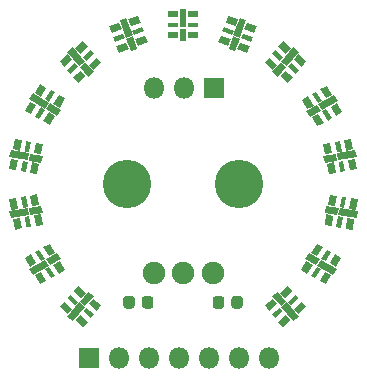
<source format=gbr>
%TF.GenerationSoftware,KiCad,Pcbnew,(5.1.6)-1*%
%TF.CreationDate,2021-02-02T19:23:23-08:00*%
%TF.ProjectId,DH_LEDRing,44485f4c-4544-4526-996e-672e6b696361,rev?*%
%TF.SameCoordinates,Original*%
%TF.FileFunction,Soldermask,Top*%
%TF.FilePolarity,Negative*%
%FSLAX46Y46*%
G04 Gerber Fmt 4.6, Leading zero omitted, Abs format (unit mm)*
G04 Created by KiCad (PCBNEW (5.1.6)-1) date 2021-02-02 19:23:23*
%MOMM*%
%LPD*%
G01*
G04 APERTURE LIST*
%ADD10R,1.800000X1.800000*%
%ADD11O,1.800000X1.800000*%
%ADD12C,0.100000*%
%ADD13C,4.100000*%
%ADD14C,1.900000*%
%ADD15R,0.900000X0.600000*%
%ADD16R,0.900000X0.400000*%
%ADD17R,0.600000X1.100000*%
%ADD18R,0.600000X1.580000*%
G04 APERTURE END LIST*
D10*
%TO.C,J1*%
X124000000Y-78740000D03*
D11*
X126540000Y-78740000D03*
X129080000Y-78740000D03*
X131620000Y-78740000D03*
X134160000Y-78740000D03*
X136700000Y-78740000D03*
X139240000Y-78740000D03*
%TD*%
D12*
%TO.C,D5*%
G36*
X121478272Y-56424167D02*
G01*
X121997888Y-56724167D01*
X121547888Y-57503589D01*
X121028272Y-57203589D01*
X121478272Y-56424167D01*
G37*
G36*
X120785452Y-56024167D02*
G01*
X121131862Y-56224167D01*
X120681862Y-57003589D01*
X120335452Y-56803589D01*
X120785452Y-56024167D01*
G37*
G36*
X119919426Y-55524167D02*
G01*
X120439042Y-55824167D01*
X119989042Y-56603589D01*
X119469426Y-56303589D01*
X119919426Y-55524167D01*
G37*
G36*
X119935452Y-57496411D02*
G01*
X120281862Y-57696411D01*
X119831862Y-58475833D01*
X119485452Y-58275833D01*
X119935452Y-57496411D01*
G37*
G36*
X119069426Y-56996411D02*
G01*
X119589042Y-57296411D01*
X119139042Y-58075833D01*
X118619426Y-57775833D01*
X119069426Y-56996411D01*
G37*
G36*
X120628272Y-57896411D02*
G01*
X121147888Y-58196411D01*
X120697888Y-58975833D01*
X120178272Y-58675833D01*
X120628272Y-57896411D01*
G37*
G36*
X120401144Y-57649808D02*
G01*
X120701144Y-57130192D01*
X121653772Y-57680192D01*
X121353772Y-58199808D01*
X120401144Y-57649808D01*
G37*
G36*
X118963542Y-56819808D02*
G01*
X119263542Y-56300192D01*
X120631862Y-57090192D01*
X120331862Y-57609808D01*
X118963542Y-56819808D01*
G37*
%TD*%
%TO.C,D2*%
G36*
X120178272Y-69324167D02*
G01*
X120697888Y-69024167D01*
X121147888Y-69803589D01*
X120628272Y-70103589D01*
X120178272Y-69324167D01*
G37*
G36*
X119485452Y-69724167D02*
G01*
X119831862Y-69524167D01*
X120281862Y-70303589D01*
X119935452Y-70503589D01*
X119485452Y-69724167D01*
G37*
G36*
X118619426Y-70224167D02*
G01*
X119139042Y-69924167D01*
X119589042Y-70703589D01*
X119069426Y-71003589D01*
X118619426Y-70224167D01*
G37*
G36*
X120335452Y-71196411D02*
G01*
X120681862Y-70996411D01*
X121131862Y-71775833D01*
X120785452Y-71975833D01*
X120335452Y-71196411D01*
G37*
G36*
X119469426Y-71696411D02*
G01*
X119989042Y-71396411D01*
X120439042Y-72175833D01*
X119919426Y-72475833D01*
X119469426Y-71696411D01*
G37*
G36*
X121028272Y-70796411D02*
G01*
X121547888Y-70496411D01*
X121997888Y-71275833D01*
X121478272Y-71575833D01*
X121028272Y-70796411D01*
G37*
G36*
X120701144Y-70869808D02*
G01*
X120401144Y-70350192D01*
X121353772Y-69800192D01*
X121653772Y-70319808D01*
X120701144Y-70869808D01*
G37*
G36*
X119263542Y-71699808D02*
G01*
X118963542Y-71180192D01*
X120331862Y-70390192D01*
X120631862Y-70909808D01*
X119263542Y-71699808D01*
G37*
%TD*%
D13*
%TO.C,RV1*%
X136750000Y-64000000D03*
X127250000Y-64000000D03*
D14*
X134500000Y-71500000D03*
X132000000Y-71500000D03*
X129500000Y-71500000D03*
%TD*%
D10*
%TO.C,J2*%
X134620000Y-55880000D03*
D11*
X132080000Y-55880000D03*
X129540000Y-55880000D03*
%TD*%
D12*
%TO.C,D15*%
G36*
X139296102Y-74717597D02*
G01*
X138910430Y-74257970D01*
X139599870Y-73679461D01*
X139985542Y-74139088D01*
X139296102Y-74717597D01*
G37*
G36*
X139810333Y-75330432D02*
G01*
X139553217Y-75024015D01*
X140242657Y-74445506D01*
X140499773Y-74751923D01*
X139810333Y-75330432D01*
G37*
G36*
X140453120Y-76096477D02*
G01*
X140067448Y-75636850D01*
X140756888Y-75058341D01*
X141142560Y-75517968D01*
X140453120Y-76096477D01*
G37*
G36*
X141112609Y-74237694D02*
G01*
X140855493Y-73931277D01*
X141544933Y-73352768D01*
X141802049Y-73659185D01*
X141112609Y-74237694D01*
G37*
G36*
X141755396Y-75003739D02*
G01*
X141369724Y-74544112D01*
X142059164Y-73965603D01*
X142444836Y-74425230D01*
X141755396Y-75003739D01*
G37*
G36*
X140598378Y-73624859D02*
G01*
X140212706Y-73165232D01*
X140902146Y-72586723D01*
X141287818Y-73046350D01*
X140598378Y-73624859D01*
G37*
G36*
X140727466Y-73934271D02*
G01*
X140267839Y-74319944D01*
X139560772Y-73477295D01*
X140020399Y-73091622D01*
X140727466Y-73934271D01*
G37*
G36*
X141794494Y-75205905D02*
G01*
X141334867Y-75591577D01*
X140319262Y-74381227D01*
X140778889Y-73995555D01*
X141794494Y-75205905D01*
G37*
%TD*%
%TO.C,D14*%
G36*
X142521728Y-71575833D02*
G01*
X142002112Y-71275833D01*
X142452112Y-70496411D01*
X142971728Y-70796411D01*
X142521728Y-71575833D01*
G37*
G36*
X143214548Y-71975833D02*
G01*
X142868138Y-71775833D01*
X143318138Y-70996411D01*
X143664548Y-71196411D01*
X143214548Y-71975833D01*
G37*
G36*
X144080574Y-72475833D02*
G01*
X143560958Y-72175833D01*
X144010958Y-71396411D01*
X144530574Y-71696411D01*
X144080574Y-72475833D01*
G37*
G36*
X144064548Y-70503589D02*
G01*
X143718138Y-70303589D01*
X144168138Y-69524167D01*
X144514548Y-69724167D01*
X144064548Y-70503589D01*
G37*
G36*
X144930574Y-71003589D02*
G01*
X144410958Y-70703589D01*
X144860958Y-69924167D01*
X145380574Y-70224167D01*
X144930574Y-71003589D01*
G37*
G36*
X143371728Y-70103589D02*
G01*
X142852112Y-69803589D01*
X143302112Y-69024167D01*
X143821728Y-69324167D01*
X143371728Y-70103589D01*
G37*
G36*
X143598856Y-70350192D02*
G01*
X143298856Y-70869808D01*
X142346228Y-70319808D01*
X142646228Y-69800192D01*
X143598856Y-70350192D01*
G37*
G36*
X145036458Y-71180192D02*
G01*
X144736458Y-71699808D01*
X143368138Y-70909808D01*
X143668138Y-70390192D01*
X145036458Y-71180192D01*
G37*
%TD*%
%TO.C,D13*%
G36*
X144576758Y-67537676D02*
G01*
X143985873Y-67433487D01*
X144142156Y-66547160D01*
X144733041Y-66651349D01*
X144576758Y-67537676D01*
G37*
G36*
X145364604Y-67676595D02*
G01*
X144970681Y-67607136D01*
X145126964Y-66720809D01*
X145520887Y-66790268D01*
X145364604Y-67676595D01*
G37*
G36*
X146349412Y-67850243D02*
G01*
X145758527Y-67746054D01*
X145914810Y-66859727D01*
X146505695Y-66963916D01*
X146349412Y-67850243D01*
G37*
G36*
X145659806Y-66002421D02*
G01*
X145265883Y-65932962D01*
X145422166Y-65046635D01*
X145816089Y-65116094D01*
X145659806Y-66002421D01*
G37*
G36*
X146644614Y-66176070D02*
G01*
X146053729Y-66071881D01*
X146210012Y-65185554D01*
X146800897Y-65289743D01*
X146644614Y-66176070D01*
G37*
G36*
X144871960Y-65863503D02*
G01*
X144281075Y-65759314D01*
X144437358Y-64872987D01*
X145028243Y-64977176D01*
X144871960Y-65863503D01*
G37*
G36*
X145169734Y-66017551D02*
G01*
X145065545Y-66608436D01*
X143982256Y-66417423D01*
X144086445Y-65826538D01*
X145169734Y-66017551D01*
G37*
G36*
X146804515Y-66305807D02*
G01*
X146700326Y-66896691D01*
X145144329Y-66622327D01*
X145248518Y-66031443D01*
X146804515Y-66305807D01*
G37*
%TD*%
%TO.C,D12*%
G36*
X144929763Y-63040189D02*
G01*
X144338878Y-63144378D01*
X144182595Y-62258051D01*
X144773480Y-62153862D01*
X144929763Y-63040189D01*
G37*
G36*
X145717609Y-62901271D02*
G01*
X145323686Y-62970730D01*
X145167403Y-62084403D01*
X145561326Y-62014944D01*
X145717609Y-62901271D01*
G37*
G36*
X146702417Y-62727622D02*
G01*
X146111532Y-62831811D01*
X145955249Y-61945484D01*
X146546134Y-61841295D01*
X146702417Y-62727622D01*
G37*
G36*
X145422407Y-61227097D02*
G01*
X145028484Y-61296556D01*
X144872201Y-60410229D01*
X145266124Y-60340770D01*
X145422407Y-61227097D01*
G37*
G36*
X146407215Y-61053449D02*
G01*
X145816330Y-61157638D01*
X145660047Y-60271311D01*
X146250932Y-60167122D01*
X146407215Y-61053449D01*
G37*
G36*
X144634561Y-61366016D02*
G01*
X144043676Y-61470205D01*
X143887393Y-60583878D01*
X144478278Y-60479689D01*
X144634561Y-61366016D01*
G37*
G36*
X144967065Y-61408929D02*
G01*
X145071254Y-61999814D01*
X143987965Y-62190827D01*
X143883776Y-61599942D01*
X144967065Y-61408929D01*
G37*
G36*
X146601846Y-61120674D02*
G01*
X146706035Y-61711558D01*
X145150038Y-61985922D01*
X145045849Y-61395038D01*
X146601846Y-61120674D01*
G37*
%TD*%
%TO.C,D11*%
G36*
X143896728Y-58805737D02*
G01*
X143377112Y-59105737D01*
X142927112Y-58326315D01*
X143446728Y-58026315D01*
X143896728Y-58805737D01*
G37*
G36*
X144589548Y-58405737D02*
G01*
X144243138Y-58605737D01*
X143793138Y-57826315D01*
X144139548Y-57626315D01*
X144589548Y-58405737D01*
G37*
G36*
X145455574Y-57905737D02*
G01*
X144935958Y-58205737D01*
X144485958Y-57426315D01*
X145005574Y-57126315D01*
X145455574Y-57905737D01*
G37*
G36*
X143739548Y-56933493D02*
G01*
X143393138Y-57133493D01*
X142943138Y-56354071D01*
X143289548Y-56154071D01*
X143739548Y-56933493D01*
G37*
G36*
X144605574Y-56433493D02*
G01*
X144085958Y-56733493D01*
X143635958Y-55954071D01*
X144155574Y-55654071D01*
X144605574Y-56433493D01*
G37*
G36*
X143046728Y-57333493D02*
G01*
X142527112Y-57633493D01*
X142077112Y-56854071D01*
X142596728Y-56554071D01*
X143046728Y-57333493D01*
G37*
G36*
X143373856Y-57260096D02*
G01*
X143673856Y-57779712D01*
X142721228Y-58329712D01*
X142421228Y-57810096D01*
X143373856Y-57260096D01*
G37*
G36*
X144811458Y-56430096D02*
G01*
X145111458Y-56949712D01*
X143743138Y-57739712D01*
X143443138Y-57220096D01*
X144811458Y-56430096D01*
G37*
%TD*%
%TO.C,D10*%
G36*
X141287818Y-54953650D02*
G01*
X140902146Y-55413277D01*
X140212706Y-54834768D01*
X140598378Y-54375141D01*
X141287818Y-54953650D01*
G37*
G36*
X141802049Y-54340815D02*
G01*
X141544933Y-54647232D01*
X140855493Y-54068723D01*
X141112609Y-53762306D01*
X141802049Y-54340815D01*
G37*
G36*
X142444836Y-53574770D02*
G01*
X142059164Y-54034397D01*
X141369724Y-53455888D01*
X141755396Y-52996261D01*
X142444836Y-53574770D01*
G37*
G36*
X140499773Y-53248077D02*
G01*
X140242657Y-53554494D01*
X139553217Y-52975985D01*
X139810333Y-52669568D01*
X140499773Y-53248077D01*
G37*
G36*
X141142560Y-52482032D02*
G01*
X140756888Y-52941659D01*
X140067448Y-52363150D01*
X140453120Y-51903523D01*
X141142560Y-52482032D01*
G37*
G36*
X139985542Y-53860912D02*
G01*
X139599870Y-54320539D01*
X138910430Y-53742030D01*
X139296102Y-53282403D01*
X139985542Y-53860912D01*
G37*
G36*
X140267839Y-53680056D02*
G01*
X140727466Y-54065729D01*
X140020399Y-54908378D01*
X139560772Y-54522705D01*
X140267839Y-53680056D01*
G37*
G36*
X141334867Y-52408423D02*
G01*
X141794494Y-52794095D01*
X140778889Y-54004445D01*
X140319262Y-53618773D01*
X141334867Y-52408423D01*
G37*
%TD*%
%TO.C,D9*%
G36*
X137633661Y-52322591D02*
G01*
X137428449Y-52886407D01*
X136582725Y-52578589D01*
X136787937Y-52014773D01*
X137633661Y-52322591D01*
G37*
G36*
X137907277Y-51570838D02*
G01*
X137770469Y-51946715D01*
X136924745Y-51638896D01*
X137061553Y-51263019D01*
X137907277Y-51570838D01*
G37*
G36*
X138249297Y-50631145D02*
G01*
X138044085Y-51194961D01*
X137198361Y-50887143D01*
X137403573Y-50323327D01*
X138249297Y-50631145D01*
G37*
G36*
X136309799Y-50989404D02*
G01*
X136172991Y-51365281D01*
X135327267Y-51057462D01*
X135464075Y-50681585D01*
X136309799Y-50989404D01*
G37*
G36*
X136651819Y-50049711D02*
G01*
X136446607Y-50613527D01*
X135600883Y-50305709D01*
X135806095Y-49741893D01*
X136651819Y-50049711D01*
G37*
G36*
X136036183Y-51741157D02*
G01*
X135830971Y-52304973D01*
X134985247Y-51997155D01*
X135190459Y-51433339D01*
X136036183Y-51741157D01*
G37*
G36*
X136239598Y-51474658D02*
G01*
X136803414Y-51679870D01*
X136427192Y-52713532D01*
X135863376Y-52508320D01*
X136239598Y-51474658D01*
G37*
G36*
X136807352Y-49914768D02*
G01*
X137371168Y-50119980D01*
X136830776Y-51604694D01*
X136266960Y-51399482D01*
X136807352Y-49914768D01*
G37*
%TD*%
D15*
%TO.C,D8*%
X132850000Y-51400000D03*
D16*
X132850000Y-50500000D03*
D15*
X132850000Y-49600000D03*
D16*
X131150000Y-50500000D03*
D15*
X131150000Y-49600000D03*
X131150000Y-51400000D03*
D17*
X132000000Y-51330000D03*
D18*
X132000000Y-49910000D03*
%TD*%
D12*
%TO.C,D7*%
G36*
X128809541Y-51433339D02*
G01*
X129014753Y-51997155D01*
X128169029Y-52304973D01*
X127963817Y-51741157D01*
X128809541Y-51433339D01*
G37*
G36*
X128535925Y-50681585D02*
G01*
X128672733Y-51057462D01*
X127827009Y-51365281D01*
X127690201Y-50989404D01*
X128535925Y-50681585D01*
G37*
G36*
X128193905Y-49741893D02*
G01*
X128399117Y-50305709D01*
X127553393Y-50613527D01*
X127348181Y-50049711D01*
X128193905Y-49741893D01*
G37*
G36*
X126938447Y-51263019D02*
G01*
X127075255Y-51638896D01*
X126229531Y-51946715D01*
X126092723Y-51570838D01*
X126938447Y-51263019D01*
G37*
G36*
X126596427Y-50323327D02*
G01*
X126801639Y-50887143D01*
X125955915Y-51194961D01*
X125750703Y-50631145D01*
X126596427Y-50323327D01*
G37*
G36*
X127212063Y-52014773D02*
G01*
X127417275Y-52578589D01*
X126571551Y-52886407D01*
X126366339Y-52322591D01*
X127212063Y-52014773D01*
G37*
G36*
X127196586Y-51679870D02*
G01*
X127760402Y-51474658D01*
X128136624Y-52508320D01*
X127572808Y-52713532D01*
X127196586Y-51679870D01*
G37*
G36*
X126628832Y-50119980D02*
G01*
X127192648Y-49914768D01*
X127733040Y-51399482D01*
X127169224Y-51604694D01*
X126628832Y-50119980D01*
G37*
%TD*%
%TO.C,D6*%
G36*
X124703898Y-53282403D02*
G01*
X125089570Y-53742030D01*
X124400130Y-54320539D01*
X124014458Y-53860912D01*
X124703898Y-53282403D01*
G37*
G36*
X124189667Y-52669568D02*
G01*
X124446783Y-52975985D01*
X123757343Y-53554494D01*
X123500227Y-53248077D01*
X124189667Y-52669568D01*
G37*
G36*
X123546880Y-51903523D02*
G01*
X123932552Y-52363150D01*
X123243112Y-52941659D01*
X122857440Y-52482032D01*
X123546880Y-51903523D01*
G37*
G36*
X122887391Y-53762306D02*
G01*
X123144507Y-54068723D01*
X122455067Y-54647232D01*
X122197951Y-54340815D01*
X122887391Y-53762306D01*
G37*
G36*
X122244604Y-52996261D02*
G01*
X122630276Y-53455888D01*
X121940836Y-54034397D01*
X121555164Y-53574770D01*
X122244604Y-52996261D01*
G37*
G36*
X123401622Y-54375141D02*
G01*
X123787294Y-54834768D01*
X123097854Y-55413277D01*
X122712182Y-54953650D01*
X123401622Y-54375141D01*
G37*
G36*
X123272534Y-54065729D02*
G01*
X123732161Y-53680056D01*
X124439228Y-54522705D01*
X123979601Y-54908378D01*
X123272534Y-54065729D01*
G37*
G36*
X122205506Y-52794095D02*
G01*
X122665133Y-52408423D01*
X123680738Y-53618773D01*
X123221111Y-54004445D01*
X122205506Y-52794095D01*
G37*
%TD*%
%TO.C,D4*%
G36*
X119521722Y-60479689D02*
G01*
X120112607Y-60583878D01*
X119956324Y-61470205D01*
X119365439Y-61366016D01*
X119521722Y-60479689D01*
G37*
G36*
X118733876Y-60340770D02*
G01*
X119127799Y-60410229D01*
X118971516Y-61296556D01*
X118577593Y-61227097D01*
X118733876Y-60340770D01*
G37*
G36*
X117749068Y-60167122D02*
G01*
X118339953Y-60271311D01*
X118183670Y-61157638D01*
X117592785Y-61053449D01*
X117749068Y-60167122D01*
G37*
G36*
X118438674Y-62014944D02*
G01*
X118832597Y-62084403D01*
X118676314Y-62970730D01*
X118282391Y-62901271D01*
X118438674Y-62014944D01*
G37*
G36*
X117453866Y-61841295D02*
G01*
X118044751Y-61945484D01*
X117888468Y-62831811D01*
X117297583Y-62727622D01*
X117453866Y-61841295D01*
G37*
G36*
X119226520Y-62153862D02*
G01*
X119817405Y-62258051D01*
X119661122Y-63144378D01*
X119070237Y-63040189D01*
X119226520Y-62153862D01*
G37*
G36*
X118928746Y-61999814D02*
G01*
X119032935Y-61408929D01*
X120116224Y-61599942D01*
X120012035Y-62190827D01*
X118928746Y-61999814D01*
G37*
G36*
X117293965Y-61711558D02*
G01*
X117398154Y-61120674D01*
X118954151Y-61395038D01*
X118849962Y-61985922D01*
X117293965Y-61711558D01*
G37*
%TD*%
%TO.C,D3*%
G36*
X119070237Y-64959811D02*
G01*
X119661122Y-64855622D01*
X119817405Y-65741949D01*
X119226520Y-65846138D01*
X119070237Y-64959811D01*
G37*
G36*
X118282391Y-65098729D02*
G01*
X118676314Y-65029270D01*
X118832597Y-65915597D01*
X118438674Y-65985056D01*
X118282391Y-65098729D01*
G37*
G36*
X117297583Y-65272378D02*
G01*
X117888468Y-65168189D01*
X118044751Y-66054516D01*
X117453866Y-66158705D01*
X117297583Y-65272378D01*
G37*
G36*
X118577593Y-66772903D02*
G01*
X118971516Y-66703444D01*
X119127799Y-67589771D01*
X118733876Y-67659230D01*
X118577593Y-66772903D01*
G37*
G36*
X117592785Y-66946551D02*
G01*
X118183670Y-66842362D01*
X118339953Y-67728689D01*
X117749068Y-67832878D01*
X117592785Y-66946551D01*
G37*
G36*
X119365439Y-66633984D02*
G01*
X119956324Y-66529795D01*
X120112607Y-67416122D01*
X119521722Y-67520311D01*
X119365439Y-66633984D01*
G37*
G36*
X119032935Y-66591071D02*
G01*
X118928746Y-66000186D01*
X120012035Y-65809173D01*
X120116224Y-66400058D01*
X119032935Y-66591071D01*
G37*
G36*
X117398154Y-66879326D02*
G01*
X117293965Y-66288442D01*
X118849962Y-66014078D01*
X118954151Y-66604962D01*
X117398154Y-66879326D01*
G37*
%TD*%
%TO.C,D1*%
G36*
X122712182Y-73046350D02*
G01*
X123097854Y-72586723D01*
X123787294Y-73165232D01*
X123401622Y-73624859D01*
X122712182Y-73046350D01*
G37*
G36*
X122197951Y-73659185D02*
G01*
X122455067Y-73352768D01*
X123144507Y-73931277D01*
X122887391Y-74237694D01*
X122197951Y-73659185D01*
G37*
G36*
X121555164Y-74425230D02*
G01*
X121940836Y-73965603D01*
X122630276Y-74544112D01*
X122244604Y-75003739D01*
X121555164Y-74425230D01*
G37*
G36*
X123500227Y-74751923D02*
G01*
X123757343Y-74445506D01*
X124446783Y-75024015D01*
X124189667Y-75330432D01*
X123500227Y-74751923D01*
G37*
G36*
X122857440Y-75517968D02*
G01*
X123243112Y-75058341D01*
X123932552Y-75636850D01*
X123546880Y-76096477D01*
X122857440Y-75517968D01*
G37*
G36*
X124014458Y-74139088D02*
G01*
X124400130Y-73679461D01*
X125089570Y-74257970D01*
X124703898Y-74717597D01*
X124014458Y-74139088D01*
G37*
G36*
X123732161Y-74319944D02*
G01*
X123272534Y-73934271D01*
X123979601Y-73091622D01*
X124439228Y-73477295D01*
X123732161Y-74319944D01*
G37*
G36*
X122665133Y-75591577D02*
G01*
X122205506Y-75205905D01*
X123221111Y-73995555D01*
X123680738Y-74381227D01*
X122665133Y-75591577D01*
G37*
%TD*%
%TO.C,C2*%
G36*
G01*
X137062500Y-73718750D02*
X137062500Y-74281250D01*
G75*
G02*
X136818750Y-74525000I-243750J0D01*
G01*
X136331250Y-74525000D01*
G75*
G02*
X136087500Y-74281250I0J243750D01*
G01*
X136087500Y-73718750D01*
G75*
G02*
X136331250Y-73475000I243750J0D01*
G01*
X136818750Y-73475000D01*
G75*
G02*
X137062500Y-73718750I0J-243750D01*
G01*
G37*
G36*
G01*
X135487500Y-73718750D02*
X135487500Y-74281250D01*
G75*
G02*
X135243750Y-74525000I-243750J0D01*
G01*
X134756250Y-74525000D01*
G75*
G02*
X134512500Y-74281250I0J243750D01*
G01*
X134512500Y-73718750D01*
G75*
G02*
X134756250Y-73475000I243750J0D01*
G01*
X135243750Y-73475000D01*
G75*
G02*
X135487500Y-73718750I0J-243750D01*
G01*
G37*
%TD*%
%TO.C,C1*%
G36*
G01*
X126937500Y-74281250D02*
X126937500Y-73718750D01*
G75*
G02*
X127181250Y-73475000I243750J0D01*
G01*
X127668750Y-73475000D01*
G75*
G02*
X127912500Y-73718750I0J-243750D01*
G01*
X127912500Y-74281250D01*
G75*
G02*
X127668750Y-74525000I-243750J0D01*
G01*
X127181250Y-74525000D01*
G75*
G02*
X126937500Y-74281250I0J243750D01*
G01*
G37*
G36*
G01*
X128512500Y-74281250D02*
X128512500Y-73718750D01*
G75*
G02*
X128756250Y-73475000I243750J0D01*
G01*
X129243750Y-73475000D01*
G75*
G02*
X129487500Y-73718750I0J-243750D01*
G01*
X129487500Y-74281250D01*
G75*
G02*
X129243750Y-74525000I-243750J0D01*
G01*
X128756250Y-74525000D01*
G75*
G02*
X128512500Y-74281250I0J243750D01*
G01*
G37*
%TD*%
M02*

</source>
